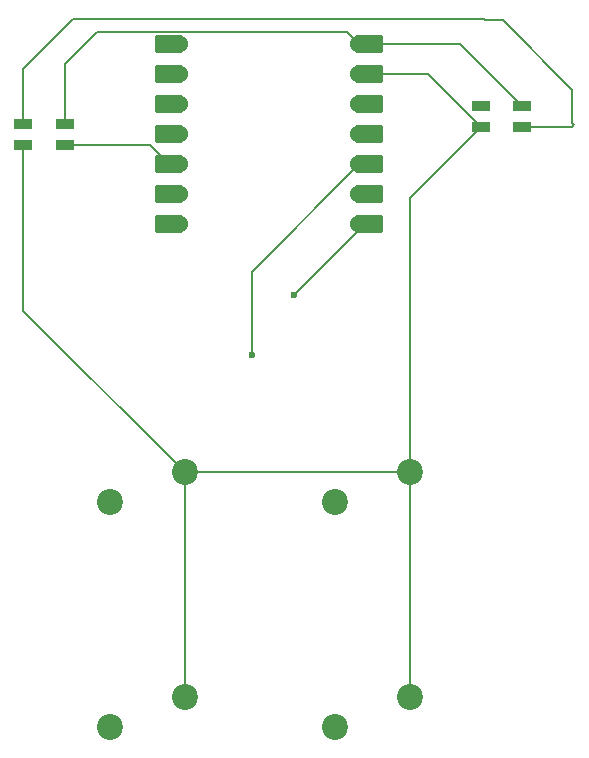
<source format=gbr>
%TF.GenerationSoftware,KiCad,Pcbnew,9.0.6*%
%TF.CreationDate,2025-12-05T22:26:19+05:30*%
%TF.ProjectId,MacropadHACKYEahh,4d616372-6f70-4616-9448-41434b594561,rev?*%
%TF.SameCoordinates,Original*%
%TF.FileFunction,Copper,L1,Top*%
%TF.FilePolarity,Positive*%
%FSLAX46Y46*%
G04 Gerber Fmt 4.6, Leading zero omitted, Abs format (unit mm)*
G04 Created by KiCad (PCBNEW 9.0.6) date 2025-12-05 22:26:19*
%MOMM*%
%LPD*%
G01*
G04 APERTURE LIST*
G04 Aperture macros list*
%AMRoundRect*
0 Rectangle with rounded corners*
0 $1 Rounding radius*
0 $2 $3 $4 $5 $6 $7 $8 $9 X,Y pos of 4 corners*
0 Add a 4 corners polygon primitive as box body*
4,1,4,$2,$3,$4,$5,$6,$7,$8,$9,$2,$3,0*
0 Add four circle primitives for the rounded corners*
1,1,$1+$1,$2,$3*
1,1,$1+$1,$4,$5*
1,1,$1+$1,$6,$7*
1,1,$1+$1,$8,$9*
0 Add four rect primitives between the rounded corners*
20,1,$1+$1,$2,$3,$4,$5,0*
20,1,$1+$1,$4,$5,$6,$7,0*
20,1,$1+$1,$6,$7,$8,$9,0*
20,1,$1+$1,$8,$9,$2,$3,0*%
G04 Aperture macros list end*
%TA.AperFunction,ComponentPad*%
%ADD10C,2.200000*%
%TD*%
%TA.AperFunction,SMDPad,CuDef*%
%ADD11RoundRect,0.152400X1.063600X0.609600X-1.063600X0.609600X-1.063600X-0.609600X1.063600X-0.609600X0*%
%TD*%
%TA.AperFunction,ComponentPad*%
%ADD12C,1.524000*%
%TD*%
%TA.AperFunction,SMDPad,CuDef*%
%ADD13RoundRect,0.152400X-1.063600X-0.609600X1.063600X-0.609600X1.063600X0.609600X-1.063600X0.609600X0*%
%TD*%
%TA.AperFunction,SMDPad,CuDef*%
%ADD14R,1.600000X0.850000*%
%TD*%
%TA.AperFunction,ViaPad*%
%ADD15C,0.600000*%
%TD*%
%TA.AperFunction,Conductor*%
%ADD16C,0.200000*%
%TD*%
G04 APERTURE END LIST*
D10*
%TO.P,SW2,1,1*%
%TO.N,GND*%
X178593750Y-100012500D03*
%TO.P,SW2,2,2*%
%TO.N,Net-(U1-GPIO2{slash}SCK)*%
X172243750Y-102552500D03*
%TD*%
D11*
%TO.P,U1,1,GPIO26/ADC0/A0*%
%TO.N,unconnected-(U1-GPIO26{slash}ADC0{slash}A0-Pad1)*%
X158232500Y-63817500D03*
D12*
X159067500Y-63817500D03*
D11*
%TO.P,U1,2,GPIO27/ADC1/A1*%
%TO.N,unconnected-(U1-GPIO27{slash}ADC1{slash}A1-Pad2)*%
X158232500Y-66357500D03*
D12*
X159067500Y-66357500D03*
D11*
%TO.P,U1,3,GPIO28/ADC2/A2*%
%TO.N,unconnected-(U1-GPIO28{slash}ADC2{slash}A2-Pad3)*%
X158232500Y-68897500D03*
D12*
X159067500Y-68897500D03*
D11*
%TO.P,U1,4,GPIO29/ADC3/A3*%
%TO.N,unconnected-(U1-GPIO29{slash}ADC3{slash}A3-Pad4)*%
X158232500Y-71437500D03*
D12*
X159067500Y-71437500D03*
D11*
%TO.P,U1,5,GPIO6/SDA*%
%TO.N,Net-(D1-DIN)*%
X158232500Y-73977500D03*
D12*
X159067500Y-73977500D03*
D11*
%TO.P,U1,6,GPIO7/SCL*%
%TO.N,unconnected-(U1-GPIO7{slash}SCL-Pad6)*%
X158232500Y-76517500D03*
D12*
X159067500Y-76517500D03*
D11*
%TO.P,U1,7,GPIO0/TX*%
%TO.N,unconnected-(U1-GPIO0{slash}TX-Pad7)*%
X158232500Y-79057500D03*
D12*
X159067500Y-79057500D03*
%TO.P,U1,8,GPIO1/RX*%
%TO.N,Net-(U1-GPIO1{slash}RX)*%
X174307500Y-79057500D03*
D13*
X175142500Y-79057500D03*
D12*
%TO.P,U1,9,GPIO2/SCK*%
%TO.N,Net-(U1-GPIO2{slash}SCK)*%
X174307500Y-76517500D03*
D13*
X175142500Y-76517500D03*
D12*
%TO.P,U1,10,GPIO4/MISO*%
%TO.N,Net-(U1-GPIO4{slash}MISO)*%
X174307500Y-73977500D03*
D13*
X175142500Y-73977500D03*
D12*
%TO.P,U1,11,GPIO3/MOSI*%
%TO.N,Net-(U1-GPIO3{slash}MOSI)*%
X174307500Y-71437500D03*
D13*
X175142500Y-71437500D03*
D12*
%TO.P,U1,12,3V3*%
%TO.N,unconnected-(U1-3V3-Pad12)*%
X174307500Y-68897500D03*
D13*
X175142500Y-68897500D03*
D12*
%TO.P,U1,13,GND*%
%TO.N,GND*%
X174307500Y-66357500D03*
D13*
X175142500Y-66357500D03*
D12*
%TO.P,U1,14,VBUS*%
%TO.N,+5V*%
X174307500Y-63817500D03*
D13*
X175142500Y-63817500D03*
%TD*%
D10*
%TO.P,SW3,1,1*%
%TO.N,GND*%
X159543750Y-119062500D03*
%TO.P,SW3,2,2*%
%TO.N,Net-(U1-GPIO4{slash}MISO)*%
X153193750Y-121602500D03*
%TD*%
%TO.P,SW4,1,1*%
%TO.N,GND*%
X178593750Y-119062500D03*
%TO.P,SW4,2,2*%
%TO.N,Net-(U1-GPIO3{slash}MOSI)*%
X172243750Y-121602500D03*
%TD*%
%TO.P,SW1,1,1*%
%TO.N,GND*%
X159543750Y-100012500D03*
%TO.P,SW1,2,2*%
%TO.N,Net-(U1-GPIO1{slash}RX)*%
X153193750Y-102552500D03*
%TD*%
D14*
%TO.P,D2,1,DOUT*%
%TO.N,unconnected-(D2-DOUT-Pad1)*%
X184618750Y-69056250D03*
%TO.P,D2,2,VSS*%
%TO.N,GND*%
X184618750Y-70806250D03*
%TO.P,D2,3,DIN*%
%TO.N,Net-(D1-DOUT)*%
X188118750Y-70806250D03*
%TO.P,D2,4,VDD*%
%TO.N,+5V*%
X188118750Y-69056250D03*
%TD*%
%TO.P,D1,1,DOUT*%
%TO.N,Net-(D1-DOUT)*%
X145887500Y-70562500D03*
%TO.P,D1,2,VSS*%
%TO.N,GND*%
X145887500Y-72312500D03*
%TO.P,D1,3,DIN*%
%TO.N,Net-(D1-DIN)*%
X149387500Y-72312500D03*
%TO.P,D1,4,VDD*%
%TO.N,+5V*%
X149387500Y-70562500D03*
%TD*%
D15*
%TO.N,Net-(U1-GPIO1{slash}RX)*%
X168800000Y-85050000D03*
%TO.N,Net-(U1-GPIO4{slash}MISO)*%
X165200000Y-90100000D03*
%TD*%
D16*
%TO.N,Net-(D1-DOUT)*%
X145887500Y-65912500D02*
X150100000Y-61700000D01*
X192343750Y-70806250D02*
X188118750Y-70806250D01*
X184950000Y-61700000D02*
X185000000Y-61750000D01*
X192350000Y-67650000D02*
X192350000Y-70500000D01*
X150100000Y-61700000D02*
X184950000Y-61700000D01*
X145887500Y-70562500D02*
X145887500Y-65912500D01*
X192500000Y-70650000D02*
X192343750Y-70806250D01*
X185000000Y-61750000D02*
X186450000Y-61750000D01*
X186450000Y-61750000D02*
X192350000Y-67650000D01*
X192350000Y-70500000D02*
X192500000Y-70650000D01*
%TO.N,Net-(D1-DIN)*%
X149387500Y-72312500D02*
X156567500Y-72312500D01*
X156567500Y-72312500D02*
X158232500Y-73977500D01*
%TO.N,GND*%
X178593750Y-76831250D02*
X184618750Y-70806250D01*
X159543750Y-100012500D02*
X178593750Y-100012500D01*
X178593750Y-100012500D02*
X178593750Y-76831250D01*
X180170000Y-66357500D02*
X184618750Y-70806250D01*
X145887500Y-72312500D02*
X145887500Y-86356250D01*
X178593750Y-119062500D02*
X178593750Y-100012500D01*
X175142500Y-66357500D02*
X180170000Y-66357500D01*
X159543750Y-100012500D02*
X159543750Y-119062500D01*
X145887500Y-86356250D02*
X159543750Y-100012500D01*
%TO.N,+5V*%
X175142500Y-63817500D02*
X182880000Y-63817500D01*
X149387500Y-70562500D02*
X149387500Y-65512500D01*
X182880000Y-63817500D02*
X188118750Y-69056250D01*
X152145500Y-62754500D02*
X173244500Y-62754500D01*
X173244500Y-62754500D02*
X174307500Y-63817500D01*
X149387500Y-65512500D02*
X152145500Y-62754500D01*
%TO.N,Net-(U1-GPIO1{slash}RX)*%
X168800000Y-85050000D02*
X174307500Y-79542500D01*
X174307500Y-79542500D02*
X174307500Y-79057500D01*
%TO.N,Net-(U1-GPIO4{slash}MISO)*%
X165200000Y-90100000D02*
X165200000Y-83085000D01*
X165200000Y-83085000D02*
X174307500Y-73977500D01*
%TD*%
M02*

</source>
